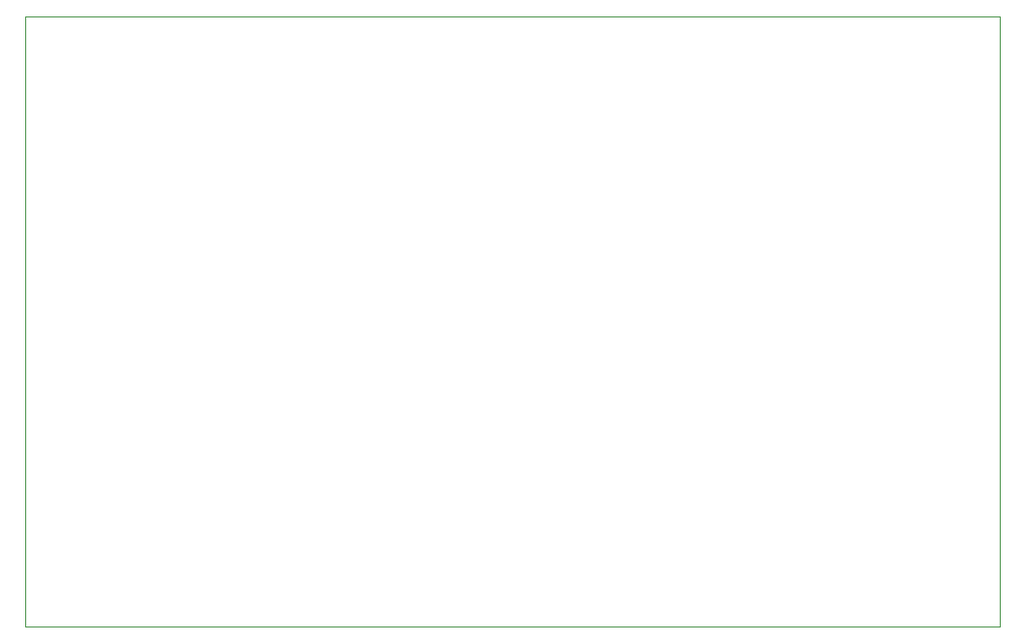
<source format=gbr>
G04 #@! TF.GenerationSoftware,KiCad,Pcbnew,5.1.6*
G04 #@! TF.CreationDate,2020-07-18T15:54:25+02:00*
G04 #@! TF.ProjectId,receiver,72656365-6976-4657-922e-6b696361645f,rev?*
G04 #@! TF.SameCoordinates,PX41672a0PY6350ce0*
G04 #@! TF.FileFunction,Profile,NP*
%FSLAX46Y46*%
G04 Gerber Fmt 4.6, Leading zero omitted, Abs format (unit mm)*
G04 Created by KiCad (PCBNEW 5.1.6) date 2020-07-18 15:54:25*
%MOMM*%
%LPD*%
G01*
G04 APERTURE LIST*
G04 #@! TA.AperFunction,Profile*
%ADD10C,0.100000*%
G04 #@! TD*
G04 APERTURE END LIST*
D10*
X0Y0D02*
X0Y53340000D01*
X85090000Y0D02*
X0Y0D01*
X85090000Y0D02*
X85090000Y53340000D01*
X0Y53340000D02*
X85090000Y53340000D01*
M02*

</source>
